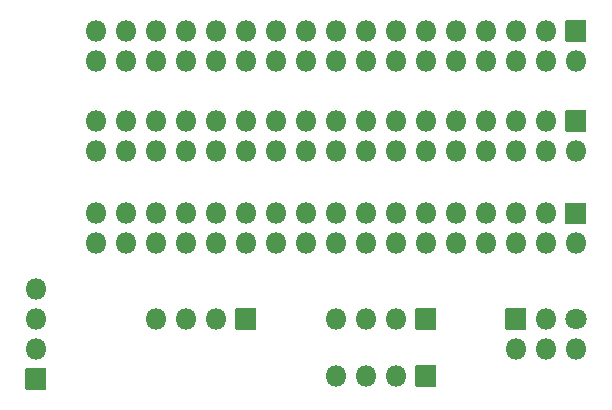
<source format=gbr>
G04 #@! TF.GenerationSoftware,KiCad,Pcbnew,(5.1.9)-1*
G04 #@! TF.CreationDate,2021-02-01T20:53:03+00:00*
G04 #@! TF.ProjectId,Amiga DF0 DF1 Switcher - Design A,416d6967-6120-4444-9630-204446312053,1*
G04 #@! TF.SameCoordinates,Original*
G04 #@! TF.FileFunction,Soldermask,Top*
G04 #@! TF.FilePolarity,Negative*
%FSLAX46Y46*%
G04 Gerber Fmt 4.6, Leading zero omitted, Abs format (unit mm)*
G04 Created by KiCad (PCBNEW (5.1.9)-1) date 2021-02-01 20:53:03*
%MOMM*%
%LPD*%
G01*
G04 APERTURE LIST*
%ADD10O,1.802000X1.802000*%
%ADD11C,1.802000*%
G04 APERTURE END LIST*
D10*
X172720000Y-148844000D03*
G36*
G01*
X171870000Y-145403000D02*
X173570000Y-145403000D01*
G75*
G02*
X173621000Y-145454000I0J-51000D01*
G01*
X173621000Y-147154000D01*
G75*
G02*
X173570000Y-147205000I-51000J0D01*
G01*
X171870000Y-147205000D01*
G75*
G02*
X171819000Y-147154000I0J51000D01*
G01*
X171819000Y-145454000D01*
G75*
G02*
X171870000Y-145403000I51000J0D01*
G01*
G37*
X175260000Y-148844000D03*
X175260000Y-146304000D03*
X177800000Y-148844000D03*
D11*
X177800000Y-146304000D03*
D10*
X157480000Y-151130000D03*
X160020000Y-151130000D03*
X162560000Y-151130000D03*
G36*
G01*
X164250000Y-150229000D02*
X165950000Y-150229000D01*
G75*
G02*
X166001000Y-150280000I0J-51000D01*
G01*
X166001000Y-151980000D01*
G75*
G02*
X165950000Y-152031000I-51000J0D01*
G01*
X164250000Y-152031000D01*
G75*
G02*
X164199000Y-151980000I0J51000D01*
G01*
X164199000Y-150280000D01*
G75*
G02*
X164250000Y-150229000I51000J0D01*
G01*
G37*
X132080000Y-143764000D03*
X132080000Y-146304000D03*
X132080000Y-148844000D03*
G36*
G01*
X132981000Y-150534000D02*
X132981000Y-152234000D01*
G75*
G02*
X132930000Y-152285000I-51000J0D01*
G01*
X131230000Y-152285000D01*
G75*
G02*
X131179000Y-152234000I0J51000D01*
G01*
X131179000Y-150534000D01*
G75*
G02*
X131230000Y-150483000I51000J0D01*
G01*
X132930000Y-150483000D01*
G75*
G02*
X132981000Y-150534000I0J-51000D01*
G01*
G37*
X137160000Y-139890500D03*
X137160000Y-137350500D03*
X139700000Y-139890500D03*
X139700000Y-137350500D03*
X142240000Y-139890500D03*
X142240000Y-137350500D03*
X144780000Y-139890500D03*
X144780000Y-137350500D03*
X147320000Y-139890500D03*
X147320000Y-137350500D03*
X149860000Y-139890500D03*
X149860000Y-137350500D03*
X152400000Y-139890500D03*
X152400000Y-137350500D03*
X154940000Y-139890500D03*
X154940000Y-137350500D03*
X157480000Y-139890500D03*
X157480000Y-137350500D03*
X160020000Y-139890500D03*
X160020000Y-137350500D03*
X162560000Y-139890500D03*
X162560000Y-137350500D03*
X165100000Y-139890500D03*
X165100000Y-137350500D03*
X167640000Y-139890500D03*
X167640000Y-137350500D03*
X170180000Y-139890500D03*
X170180000Y-137350500D03*
X172720000Y-139890500D03*
X172720000Y-137350500D03*
X175260000Y-139890500D03*
X175260000Y-137350500D03*
X177800000Y-139890500D03*
G36*
G01*
X178650000Y-138251500D02*
X176950000Y-138251500D01*
G75*
G02*
X176899000Y-138200500I0J51000D01*
G01*
X176899000Y-136500500D01*
G75*
G02*
X176950000Y-136449500I51000J0D01*
G01*
X178650000Y-136449500D01*
G75*
G02*
X178701000Y-136500500I0J-51000D01*
G01*
X178701000Y-138200500D01*
G75*
G02*
X178650000Y-138251500I-51000J0D01*
G01*
G37*
G36*
G01*
X176950000Y-128639000D02*
X178650000Y-128639000D01*
G75*
G02*
X178701000Y-128690000I0J-51000D01*
G01*
X178701000Y-130390000D01*
G75*
G02*
X178650000Y-130441000I-51000J0D01*
G01*
X176950000Y-130441000D01*
G75*
G02*
X176899000Y-130390000I0J51000D01*
G01*
X176899000Y-128690000D01*
G75*
G02*
X176950000Y-128639000I51000J0D01*
G01*
G37*
X177800000Y-132080000D03*
X175260000Y-129540000D03*
X175260000Y-132080000D03*
X172720000Y-129540000D03*
X172720000Y-132080000D03*
X170180000Y-129540000D03*
X170180000Y-132080000D03*
X167640000Y-129540000D03*
X167640000Y-132080000D03*
X165100000Y-129540000D03*
X165100000Y-132080000D03*
X162560000Y-129540000D03*
X162560000Y-132080000D03*
X160020000Y-129540000D03*
X160020000Y-132080000D03*
X157480000Y-129540000D03*
X157480000Y-132080000D03*
X154940000Y-129540000D03*
X154940000Y-132080000D03*
X152400000Y-129540000D03*
X152400000Y-132080000D03*
X149860000Y-129540000D03*
X149860000Y-132080000D03*
X147320000Y-129540000D03*
X147320000Y-132080000D03*
X144780000Y-129540000D03*
X144780000Y-132080000D03*
X142240000Y-129540000D03*
X142240000Y-132080000D03*
X139700000Y-129540000D03*
X139700000Y-132080000D03*
X137160000Y-129540000D03*
X137160000Y-132080000D03*
G36*
G01*
X176950000Y-121019000D02*
X178650000Y-121019000D01*
G75*
G02*
X178701000Y-121070000I0J-51000D01*
G01*
X178701000Y-122770000D01*
G75*
G02*
X178650000Y-122821000I-51000J0D01*
G01*
X176950000Y-122821000D01*
G75*
G02*
X176899000Y-122770000I0J51000D01*
G01*
X176899000Y-121070000D01*
G75*
G02*
X176950000Y-121019000I51000J0D01*
G01*
G37*
X177800000Y-124460000D03*
X175260000Y-121920000D03*
X175260000Y-124460000D03*
X172720000Y-121920000D03*
X172720000Y-124460000D03*
X170180000Y-121920000D03*
X170180000Y-124460000D03*
X167640000Y-121920000D03*
X167640000Y-124460000D03*
X165100000Y-121920000D03*
X165100000Y-124460000D03*
X162560000Y-121920000D03*
X162560000Y-124460000D03*
X160020000Y-121920000D03*
X160020000Y-124460000D03*
X157480000Y-121920000D03*
X157480000Y-124460000D03*
X154940000Y-121920000D03*
X154940000Y-124460000D03*
X152400000Y-121920000D03*
X152400000Y-124460000D03*
X149860000Y-121920000D03*
X149860000Y-124460000D03*
X147320000Y-121920000D03*
X147320000Y-124460000D03*
X144780000Y-121920000D03*
X144780000Y-124460000D03*
X142240000Y-121920000D03*
X142240000Y-124460000D03*
X139700000Y-121920000D03*
X139700000Y-124460000D03*
X137160000Y-121920000D03*
X137160000Y-124460000D03*
G36*
G01*
X164250000Y-145403000D02*
X165950000Y-145403000D01*
G75*
G02*
X166001000Y-145454000I0J-51000D01*
G01*
X166001000Y-147154000D01*
G75*
G02*
X165950000Y-147205000I-51000J0D01*
G01*
X164250000Y-147205000D01*
G75*
G02*
X164199000Y-147154000I0J51000D01*
G01*
X164199000Y-145454000D01*
G75*
G02*
X164250000Y-145403000I51000J0D01*
G01*
G37*
X162560000Y-146304000D03*
X160020000Y-146304000D03*
X157480000Y-146304000D03*
G36*
G01*
X149010000Y-145403000D02*
X150710000Y-145403000D01*
G75*
G02*
X150761000Y-145454000I0J-51000D01*
G01*
X150761000Y-147154000D01*
G75*
G02*
X150710000Y-147205000I-51000J0D01*
G01*
X149010000Y-147205000D01*
G75*
G02*
X148959000Y-147154000I0J51000D01*
G01*
X148959000Y-145454000D01*
G75*
G02*
X149010000Y-145403000I51000J0D01*
G01*
G37*
X147320000Y-146304000D03*
X144780000Y-146304000D03*
X142240000Y-146304000D03*
M02*

</source>
